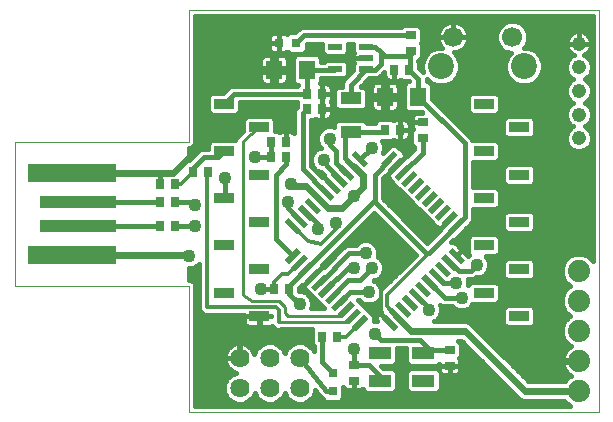
<source format=gtl>
G75*
G70*
%OFA0B0*%
%FSLAX24Y24*%
%IPPOS*%
%LPD*%
%AMOC8*
5,1,8,0,0,1.08239X$1,22.5*
%
%ADD10C,0.0000*%
%ADD11R,0.0276X0.0354*%
%ADD12R,0.0551X0.0630*%
%ADD13R,0.0354X0.0276*%
%ADD14R,0.0315X0.0315*%
%ADD15R,0.0591X0.0197*%
%ADD16R,0.0197X0.0591*%
%ADD17R,0.0748X0.0433*%
%ADD18R,0.0709X0.0394*%
%ADD19R,0.0472X0.0217*%
%ADD20R,0.2953X0.0591*%
%ADD21R,0.2559X0.0394*%
%ADD22R,0.0669X0.0335*%
%ADD23C,0.0640*%
%ADD24C,0.0740*%
%ADD25C,0.0476*%
%ADD26C,0.0866*%
%ADD27C,0.0669*%
%ADD28C,0.0240*%
%ADD29C,0.0160*%
%ADD30C,0.0436*%
%ADD31C,0.0120*%
%ADD32C,0.0100*%
D10*
X005900Y000201D02*
X005900Y004401D01*
X000100Y004401D01*
X000100Y009201D01*
X005900Y009201D01*
X005900Y013597D01*
X019570Y013597D01*
X019570Y000201D01*
X005900Y000201D01*
D11*
X010344Y002701D03*
X010856Y002701D03*
X009256Y004301D03*
X008744Y004301D03*
X005456Y006401D03*
X004944Y006401D03*
X004944Y007201D03*
X005456Y007201D03*
X005456Y007801D03*
X004944Y007801D03*
X006044Y008201D03*
X006556Y008201D03*
X008644Y008701D03*
X009156Y008701D03*
X009156Y009201D03*
X008644Y009201D03*
X009844Y010301D03*
X010356Y010301D03*
X010356Y010801D03*
X009844Y010801D03*
X012444Y009601D03*
X012956Y009601D03*
X012744Y011601D03*
X013256Y011601D03*
D12*
X013551Y010701D03*
X012449Y010701D03*
X009851Y011601D03*
X008749Y011601D03*
D13*
X013300Y012245D03*
X013300Y012757D03*
X013700Y009857D03*
X013700Y009345D03*
X014600Y002257D03*
X014600Y001745D03*
X011400Y001757D03*
X011400Y001245D03*
D14*
X010700Y001496D03*
X010700Y000905D03*
X009495Y012501D03*
X008905Y012501D03*
D15*
G36*
X011733Y008351D02*
X011316Y008766D01*
X011455Y008905D01*
X011872Y008490D01*
X011733Y008351D01*
G37*
G36*
X011511Y008128D02*
X011094Y008543D01*
X011233Y008682D01*
X011650Y008267D01*
X011511Y008128D01*
G37*
G36*
X011288Y007905D02*
X010871Y008320D01*
X011010Y008459D01*
X011427Y008044D01*
X011288Y007905D01*
G37*
G36*
X011066Y007682D02*
X010649Y008097D01*
X010788Y008236D01*
X011205Y007821D01*
X011066Y007682D01*
G37*
G36*
X010844Y007459D02*
X010427Y007874D01*
X010566Y008013D01*
X010983Y007598D01*
X010844Y007459D01*
G37*
G36*
X010622Y007235D02*
X010205Y007650D01*
X010344Y007789D01*
X010761Y007374D01*
X010622Y007235D01*
G37*
G36*
X010399Y007012D02*
X009982Y007427D01*
X010121Y007566D01*
X010538Y007151D01*
X010399Y007012D01*
G37*
G36*
X010177Y006789D02*
X009760Y007204D01*
X009899Y007343D01*
X010316Y006928D01*
X010177Y006789D01*
G37*
G36*
X009955Y006566D02*
X009538Y006981D01*
X009677Y007120D01*
X010094Y006705D01*
X009955Y006566D01*
G37*
G36*
X009732Y006343D02*
X009315Y006758D01*
X009454Y006897D01*
X009871Y006482D01*
X009732Y006343D01*
G37*
G36*
X009510Y006120D02*
X009093Y006535D01*
X009232Y006674D01*
X009649Y006259D01*
X009510Y006120D01*
G37*
G36*
X013190Y003342D02*
X012773Y003757D01*
X012912Y003896D01*
X013329Y003481D01*
X013190Y003342D01*
G37*
G36*
X012967Y003119D02*
X012550Y003534D01*
X012689Y003673D01*
X013106Y003258D01*
X012967Y003119D01*
G37*
G36*
X012745Y002896D02*
X012328Y003311D01*
X012467Y003450D01*
X012884Y003035D01*
X012745Y002896D01*
G37*
G36*
X013412Y003566D02*
X012995Y003981D01*
X013134Y004120D01*
X013551Y003705D01*
X013412Y003566D01*
G37*
G36*
X013634Y003789D02*
X013217Y004204D01*
X013356Y004343D01*
X013773Y003928D01*
X013634Y003789D01*
G37*
G36*
X013856Y004012D02*
X013439Y004427D01*
X013578Y004566D01*
X013995Y004151D01*
X013856Y004012D01*
G37*
G36*
X014079Y004235D02*
X013662Y004650D01*
X013801Y004789D01*
X014218Y004374D01*
X014079Y004235D01*
G37*
G36*
X014301Y004458D02*
X013884Y004873D01*
X014023Y005012D01*
X014440Y004597D01*
X014301Y004458D01*
G37*
G36*
X014523Y004681D02*
X014106Y005096D01*
X014245Y005235D01*
X014662Y004820D01*
X014523Y004681D01*
G37*
G36*
X014746Y004904D02*
X014329Y005319D01*
X014468Y005458D01*
X014885Y005043D01*
X014746Y004904D01*
G37*
G36*
X014968Y005127D02*
X014551Y005542D01*
X014690Y005681D01*
X015107Y005266D01*
X014968Y005127D01*
G37*
D16*
G36*
X014689Y006128D02*
X014550Y006267D01*
X014965Y006684D01*
X015104Y006545D01*
X014689Y006128D01*
G37*
G36*
X014466Y006351D02*
X014327Y006490D01*
X014742Y006907D01*
X014881Y006768D01*
X014466Y006351D01*
G37*
G36*
X014243Y006573D02*
X014104Y006712D01*
X014519Y007129D01*
X014658Y006990D01*
X014243Y006573D01*
G37*
G36*
X014020Y006795D02*
X013881Y006934D01*
X014296Y007351D01*
X014435Y007212D01*
X014020Y006795D01*
G37*
G36*
X013797Y007018D02*
X013658Y007157D01*
X014073Y007574D01*
X014212Y007435D01*
X013797Y007018D01*
G37*
G36*
X013574Y007240D02*
X013435Y007379D01*
X013850Y007796D01*
X013989Y007657D01*
X013574Y007240D01*
G37*
G36*
X013351Y007462D02*
X013212Y007601D01*
X013627Y008018D01*
X013766Y007879D01*
X013351Y007462D01*
G37*
G36*
X013128Y007685D02*
X012989Y007824D01*
X013404Y008241D01*
X013543Y008102D01*
X013128Y007685D01*
G37*
G36*
X012905Y007907D02*
X012766Y008046D01*
X013181Y008463D01*
X013320Y008324D01*
X012905Y007907D01*
G37*
G36*
X012681Y008129D02*
X012542Y008268D01*
X012957Y008685D01*
X013096Y008546D01*
X012681Y008129D01*
G37*
G36*
X012458Y008352D02*
X012319Y008491D01*
X012734Y008908D01*
X012873Y008769D01*
X012458Y008352D01*
G37*
G36*
X009235Y005117D02*
X009096Y005256D01*
X009511Y005673D01*
X009650Y005534D01*
X009235Y005117D01*
G37*
G36*
X009458Y004894D02*
X009319Y005033D01*
X009734Y005450D01*
X009873Y005311D01*
X009458Y004894D01*
G37*
G36*
X009681Y004672D02*
X009542Y004811D01*
X009957Y005228D01*
X010096Y005089D01*
X009681Y004672D01*
G37*
G36*
X009904Y004450D02*
X009765Y004589D01*
X010180Y005006D01*
X010319Y004867D01*
X009904Y004450D01*
G37*
G36*
X010127Y004227D02*
X009988Y004366D01*
X010403Y004783D01*
X010542Y004644D01*
X010127Y004227D01*
G37*
G36*
X010350Y004005D02*
X010211Y004144D01*
X010626Y004561D01*
X010765Y004422D01*
X010350Y004005D01*
G37*
G36*
X010573Y003783D02*
X010434Y003922D01*
X010849Y004339D01*
X010988Y004200D01*
X010573Y003783D01*
G37*
G36*
X010796Y003561D02*
X010657Y003700D01*
X011072Y004117D01*
X011211Y003978D01*
X010796Y003561D01*
G37*
G36*
X011019Y003338D02*
X010880Y003477D01*
X011295Y003894D01*
X011434Y003755D01*
X011019Y003338D01*
G37*
G36*
X011243Y003116D02*
X011104Y003255D01*
X011519Y003672D01*
X011658Y003533D01*
X011243Y003116D01*
G37*
G36*
X011466Y002894D02*
X011327Y003033D01*
X011742Y003450D01*
X011881Y003311D01*
X011466Y002894D01*
G37*
D17*
X012272Y002153D03*
X012272Y001248D03*
X013728Y001248D03*
X013728Y002153D03*
D18*
X011300Y009549D03*
X011300Y010652D03*
D19*
X010788Y011627D03*
X010788Y012375D03*
X011812Y012375D03*
X011812Y012001D03*
X011812Y011627D03*
D20*
X002021Y008179D03*
X002021Y005423D03*
D21*
X002218Y006407D03*
X002218Y007194D03*
D22*
X007079Y007325D03*
X008260Y006538D03*
X007079Y005750D03*
X008260Y004963D03*
X007079Y004175D03*
X008260Y003388D03*
X008260Y008112D03*
X007079Y008900D03*
X008260Y009687D03*
X007079Y010475D03*
X015740Y010475D03*
X016921Y009687D03*
X015740Y008900D03*
X016921Y008112D03*
X015740Y007325D03*
X016921Y006538D03*
X015740Y005750D03*
X016921Y004963D03*
X015740Y004175D03*
X016921Y003388D03*
D23*
X009600Y002001D03*
X008600Y002001D03*
X007600Y002001D03*
X007600Y001001D03*
X008600Y001001D03*
X009600Y001001D03*
D24*
X018900Y000901D03*
X018900Y001901D03*
X018900Y002901D03*
X018900Y003901D03*
X018900Y004901D03*
D25*
X018906Y009326D03*
X018906Y010113D03*
X018906Y010901D03*
X018906Y011688D03*
X018906Y012475D03*
D26*
X017078Y011716D03*
X014322Y011716D03*
D27*
X014716Y012701D03*
X016684Y012701D03*
D28*
X011700Y008101D02*
X011396Y008405D01*
X011372Y008405D01*
X011700Y008101D02*
X011700Y007701D01*
X011400Y007401D01*
X011000Y007001D01*
X010549Y007001D01*
X010260Y007289D01*
X009805Y007745D01*
X009356Y007745D01*
X009300Y007801D01*
X007100Y009901D02*
X005378Y008179D01*
X004800Y008179D01*
X002021Y008179D01*
X002021Y005423D02*
X005822Y005423D01*
X005900Y005401D01*
X012828Y003396D02*
X013324Y002901D01*
X015100Y002901D01*
X017100Y000901D01*
X018900Y000901D01*
D29*
X018442Y001249D02*
X017205Y001249D01*
X017233Y001221D02*
X015371Y003082D01*
X015281Y003172D01*
X015164Y003221D01*
X014075Y003221D01*
X014137Y003246D01*
X014254Y003364D01*
X014318Y003517D01*
X014318Y003684D01*
X014280Y003776D01*
X014292Y003763D01*
X014395Y003721D01*
X014689Y003721D01*
X014763Y003646D01*
X014917Y003583D01*
X015083Y003583D01*
X015237Y003646D01*
X015354Y003764D01*
X015373Y003808D01*
X016158Y003808D01*
X016275Y003925D01*
X016275Y004426D01*
X016158Y004543D01*
X015323Y004543D01*
X015218Y004438D01*
X015218Y004584D01*
X015203Y004621D01*
X015356Y004621D01*
X015459Y004663D01*
X015478Y004683D01*
X015583Y004683D01*
X015737Y004746D01*
X015854Y004864D01*
X015918Y005017D01*
X015918Y005184D01*
X015854Y005337D01*
X015809Y005383D01*
X016158Y005383D01*
X016275Y005500D01*
X016275Y006000D01*
X016158Y006118D01*
X015323Y006118D01*
X015206Y006000D01*
X015206Y005500D01*
X015257Y005449D01*
X015218Y005410D01*
X015026Y005602D01*
X014800Y005827D01*
X014759Y005850D01*
X014713Y005862D01*
X014665Y005862D01*
X014655Y005860D01*
X014723Y005928D01*
X014772Y005928D01*
X015306Y006464D01*
X015306Y006510D01*
X015337Y006542D01*
X015380Y006645D01*
X015380Y006958D01*
X016158Y006958D01*
X016275Y007075D01*
X016275Y007575D01*
X016158Y007692D01*
X015380Y007692D01*
X015380Y008533D01*
X016158Y008533D01*
X016275Y008650D01*
X016275Y009150D01*
X016158Y009267D01*
X015355Y009267D01*
X015337Y009310D01*
X015259Y009389D01*
X015259Y009389D01*
X014027Y010621D01*
X014027Y011098D01*
X013910Y011216D01*
X013831Y011216D01*
X013831Y011312D01*
X013963Y011180D01*
X014196Y011083D01*
X014448Y011083D01*
X014681Y011180D01*
X014859Y011358D01*
X014955Y011590D01*
X014955Y011842D01*
X014859Y012075D01*
X014748Y012186D01*
X014756Y012186D01*
X014836Y012199D01*
X014913Y012224D01*
X014985Y012260D01*
X015051Y012308D01*
X015108Y012365D01*
X015156Y012431D01*
X015193Y012503D01*
X015218Y012580D01*
X015230Y012660D01*
X015230Y012701D01*
X015230Y012741D01*
X015218Y012821D01*
X015193Y012898D01*
X015156Y012970D01*
X015108Y013036D01*
X015051Y013093D01*
X014985Y013141D01*
X014913Y013178D01*
X014836Y013203D01*
X014756Y013215D01*
X014716Y013215D01*
X014716Y012701D01*
X014716Y012701D01*
X015230Y012701D01*
X014716Y012701D01*
X014716Y012701D01*
X014716Y013215D01*
X014675Y013215D01*
X014595Y013203D01*
X014518Y013178D01*
X014446Y013141D01*
X014380Y013093D01*
X014323Y013036D01*
X014276Y012970D01*
X014239Y012898D01*
X014214Y012821D01*
X014201Y012741D01*
X014201Y012701D01*
X014716Y012701D01*
X014716Y012701D01*
X014201Y012701D01*
X014201Y012660D01*
X014214Y012580D01*
X014239Y012503D01*
X014276Y012431D01*
X014323Y012365D01*
X014339Y012349D01*
X014196Y012349D01*
X013963Y012253D01*
X013785Y012075D01*
X013689Y011842D01*
X013689Y011590D01*
X013708Y011545D01*
X013594Y011659D01*
X013594Y011861D01*
X013557Y011897D01*
X013558Y011907D01*
X013560Y011907D01*
X013677Y012024D01*
X013677Y012465D01*
X013642Y012501D01*
X013677Y012536D01*
X013677Y012977D01*
X013560Y013094D01*
X013040Y013094D01*
X012982Y013037D01*
X009695Y013037D01*
X009593Y012994D01*
X009457Y012858D01*
X009255Y012858D01*
X009186Y012789D01*
X009173Y012802D01*
X009132Y012826D01*
X009086Y012838D01*
X008905Y012838D01*
X008905Y012501D01*
X008905Y012501D01*
X008905Y012838D01*
X008724Y012838D01*
X008678Y012826D01*
X008637Y012802D01*
X008603Y012769D01*
X008580Y012728D01*
X008567Y012682D01*
X008567Y012501D01*
X008905Y012501D01*
X008905Y012501D01*
X008905Y012163D01*
X009086Y012163D01*
X009132Y012175D01*
X009173Y012199D01*
X009186Y012212D01*
X009255Y012143D01*
X009736Y012143D01*
X009853Y012260D01*
X009853Y012462D01*
X009867Y012477D01*
X010352Y012477D01*
X010352Y012184D01*
X010469Y012066D01*
X011107Y012066D01*
X011224Y012184D01*
X011224Y012477D01*
X011376Y012477D01*
X011376Y012184D01*
X011402Y012157D01*
X011396Y012133D01*
X011396Y012001D01*
X011812Y012001D01*
X011812Y012001D01*
X011396Y012001D01*
X011396Y011869D01*
X011402Y011844D01*
X011376Y011818D01*
X011376Y011586D01*
X011063Y011273D01*
X011020Y011170D01*
X011020Y011049D01*
X010863Y011049D01*
X010746Y010932D01*
X010746Y010372D01*
X010863Y010255D01*
X011737Y010255D01*
X011854Y010372D01*
X011854Y010932D01*
X011737Y011049D01*
X011630Y011049D01*
X011900Y011318D01*
X012131Y011318D01*
X012133Y011321D01*
X012156Y011321D01*
X012259Y011363D01*
X012337Y011442D01*
X012426Y011531D01*
X012426Y011400D01*
X012439Y011354D01*
X012462Y011313D01*
X012496Y011279D01*
X012537Y011256D01*
X012583Y011243D01*
X012744Y011243D01*
X012744Y011601D01*
X012744Y011601D01*
X012744Y011243D01*
X012906Y011243D01*
X012951Y011256D01*
X012984Y011275D01*
X013035Y011223D01*
X013237Y011223D01*
X013245Y011216D01*
X013193Y011216D01*
X013076Y011098D01*
X013076Y010303D01*
X013193Y010186D01*
X013670Y010186D01*
X013682Y010174D01*
X013499Y010174D01*
X013453Y010162D01*
X013412Y010138D01*
X013379Y010105D01*
X013355Y010064D01*
X013343Y010018D01*
X013343Y009857D01*
X013700Y009857D01*
X013700Y009857D01*
X013343Y009857D01*
X013343Y009695D01*
X013355Y009649D01*
X013274Y009649D01*
X013274Y009601D02*
X013274Y009801D01*
X013261Y009847D01*
X013238Y009888D01*
X013204Y009922D01*
X013163Y009946D01*
X013117Y009958D01*
X012956Y009958D01*
X012956Y009601D01*
X012956Y009601D01*
X012956Y009958D01*
X012794Y009958D01*
X012749Y009946D01*
X012716Y009927D01*
X012665Y009978D01*
X012223Y009978D01*
X012106Y009861D01*
X012106Y009829D01*
X011854Y009829D01*
X011737Y009946D01*
X010863Y009946D01*
X010746Y009829D01*
X010746Y009693D01*
X010683Y009719D01*
X010517Y009719D01*
X010363Y009655D01*
X010246Y009537D01*
X010182Y009384D01*
X010182Y009217D01*
X010246Y009064D01*
X010298Y009011D01*
X010163Y008955D01*
X010046Y008837D01*
X009982Y008684D01*
X009982Y008517D01*
X010046Y008364D01*
X010163Y008246D01*
X010317Y008183D01*
X010322Y008183D01*
X010401Y008104D01*
X010368Y008071D01*
X010344Y008047D01*
X009980Y008411D01*
X009980Y009923D01*
X010065Y009923D01*
X010116Y009975D01*
X010149Y009956D01*
X010194Y009943D01*
X010356Y009943D01*
X010517Y009943D01*
X010563Y009956D01*
X010604Y009979D01*
X010638Y010013D01*
X010661Y010054D01*
X010674Y010100D01*
X010674Y010301D01*
X010674Y010501D01*
X010661Y010547D01*
X010659Y010551D01*
X010661Y010554D01*
X010674Y010600D01*
X010746Y010600D01*
X010674Y010600D02*
X010674Y010801D01*
X010674Y011001D01*
X010661Y011047D01*
X010638Y011088D01*
X010604Y011122D01*
X010563Y011146D01*
X010517Y011158D01*
X010356Y011158D01*
X010356Y010801D01*
X010356Y010801D01*
X010356Y011158D01*
X010282Y011158D01*
X010327Y011203D01*
X010327Y011321D01*
X010467Y011321D01*
X010469Y011318D01*
X011107Y011318D01*
X011224Y011436D01*
X011224Y011818D01*
X011107Y011935D01*
X010469Y011935D01*
X010415Y011881D01*
X010327Y011881D01*
X010327Y011998D01*
X010210Y012116D01*
X009493Y012116D01*
X009376Y011998D01*
X009376Y011203D01*
X009493Y011086D01*
X009531Y011086D01*
X009526Y011081D01*
X007349Y011081D01*
X007246Y011038D01*
X007050Y010842D01*
X006661Y010842D01*
X006544Y010725D01*
X006544Y010224D01*
X006661Y010107D01*
X007496Y010107D01*
X007613Y010224D01*
X007613Y010521D01*
X009506Y010521D01*
X009506Y010359D01*
X009463Y010315D01*
X009420Y010212D01*
X009420Y009506D01*
X009404Y009522D01*
X009363Y009546D01*
X009317Y009558D01*
X009156Y009558D01*
X009156Y009201D01*
X009156Y009201D01*
X009156Y009558D01*
X008994Y009558D01*
X008949Y009546D01*
X008916Y009527D01*
X008865Y009578D01*
X008794Y009578D01*
X008794Y009937D01*
X008677Y010055D01*
X007842Y010055D01*
X007725Y009937D01*
X007725Y009572D01*
X007570Y009444D01*
X007558Y009439D01*
X007532Y009413D01*
X007503Y009389D01*
X007497Y009378D01*
X007488Y009369D01*
X007474Y009334D01*
X007456Y009301D01*
X007455Y009289D01*
X007450Y009277D01*
X007450Y009267D01*
X006661Y009267D01*
X006544Y009150D01*
X006544Y008981D01*
X006344Y008981D01*
X006241Y008938D01*
X005900Y008597D01*
X005900Y009001D01*
X005983Y009001D01*
X006100Y009118D01*
X006100Y013397D01*
X019370Y013397D01*
X019370Y005237D01*
X019223Y005384D01*
X019013Y005471D01*
X018787Y005471D01*
X018577Y005384D01*
X018417Y005224D01*
X018330Y005014D01*
X018330Y004787D01*
X018417Y004578D01*
X018577Y004417D01*
X018618Y004401D01*
X018577Y004384D01*
X018417Y004224D01*
X018330Y004014D01*
X018330Y003787D01*
X018417Y003578D01*
X018577Y003417D01*
X018618Y003401D01*
X018577Y003384D01*
X018417Y003224D01*
X018330Y003014D01*
X018330Y002787D01*
X018417Y002578D01*
X018577Y002417D01*
X018646Y002389D01*
X018612Y002371D01*
X018542Y002320D01*
X018480Y002259D01*
X018430Y002189D01*
X018390Y002112D01*
X018364Y002029D01*
X018350Y001944D01*
X018350Y001921D01*
X018880Y001921D01*
X018880Y001881D01*
X018350Y001881D01*
X018350Y001857D01*
X018364Y001772D01*
X018390Y001690D01*
X018430Y001612D01*
X018480Y001542D01*
X018542Y001481D01*
X018612Y001430D01*
X018646Y001413D01*
X018577Y001384D01*
X018417Y001224D01*
X018416Y001221D01*
X017233Y001221D01*
X017046Y001407D02*
X018633Y001407D01*
X018464Y001566D02*
X016888Y001566D01*
X016729Y001724D02*
X018379Y001724D01*
X018367Y002041D02*
X016412Y002041D01*
X016571Y001883D02*
X018880Y001883D01*
X018437Y002200D02*
X016254Y002200D01*
X016095Y002358D02*
X018594Y002358D01*
X018478Y002517D02*
X015937Y002517D01*
X015778Y002675D02*
X018376Y002675D01*
X018330Y002834D02*
X015620Y002834D01*
X015461Y002992D02*
X018330Y002992D01*
X018387Y003151D02*
X017456Y003151D01*
X017456Y003138D02*
X017456Y003638D01*
X017339Y003755D01*
X016504Y003755D01*
X016387Y003638D01*
X016387Y003138D01*
X016504Y003021D01*
X017339Y003021D01*
X017456Y003138D01*
X017456Y003309D02*
X018502Y003309D01*
X018527Y003468D02*
X017456Y003468D01*
X017456Y003626D02*
X018397Y003626D01*
X018331Y003785D02*
X015363Y003785D01*
X015189Y003626D02*
X016387Y003626D01*
X016387Y003468D02*
X014297Y003468D01*
X014318Y003626D02*
X014811Y003626D01*
X015000Y004001D02*
X014451Y004001D01*
X013940Y004512D01*
X014162Y004735D02*
X014396Y004501D01*
X014800Y004501D01*
X015218Y004577D02*
X018417Y004577D01*
X018576Y004419D02*
X016275Y004419D01*
X016275Y004260D02*
X018453Y004260D01*
X018366Y004102D02*
X016275Y004102D01*
X016275Y003943D02*
X018330Y003943D01*
X017456Y004713D02*
X017339Y004596D01*
X016504Y004596D01*
X016387Y004713D01*
X016387Y005213D01*
X016504Y005330D01*
X017339Y005330D01*
X017456Y005213D01*
X017456Y004713D01*
X017456Y004736D02*
X018351Y004736D01*
X018330Y004894D02*
X017456Y004894D01*
X017456Y005053D02*
X018346Y005053D01*
X018412Y005211D02*
X017456Y005211D01*
X018563Y005370D02*
X015822Y005370D01*
X015907Y005211D02*
X016387Y005211D01*
X016387Y005053D02*
X015918Y005053D01*
X015867Y004894D02*
X016387Y004894D01*
X016387Y004736D02*
X015711Y004736D01*
X015500Y005101D02*
X015300Y004901D01*
X014900Y004901D01*
X014619Y005181D01*
X014607Y005181D01*
X014829Y005404D02*
X014829Y005404D01*
X015026Y005602D01*
X014829Y005404D01*
X014953Y005528D02*
X014953Y005528D01*
X015099Y005528D02*
X015206Y005528D01*
X015206Y005687D02*
X014940Y005687D01*
X014768Y005845D02*
X015206Y005845D01*
X015209Y006004D02*
X014847Y006004D01*
X015005Y006162D02*
X019370Y006162D01*
X019370Y006004D02*
X016272Y006004D01*
X016275Y005845D02*
X019370Y005845D01*
X019370Y005687D02*
X016275Y005687D01*
X016275Y005528D02*
X019370Y005528D01*
X019370Y005370D02*
X019237Y005370D01*
X019370Y006321D02*
X017456Y006321D01*
X017456Y006287D02*
X017339Y006170D01*
X016504Y006170D01*
X016387Y006287D01*
X016387Y006788D01*
X016504Y006905D01*
X017339Y006905D01*
X017456Y006788D01*
X017456Y006287D01*
X017456Y006479D02*
X019370Y006479D01*
X019370Y006638D02*
X017456Y006638D01*
X017448Y006796D02*
X019370Y006796D01*
X019370Y006955D02*
X015380Y006955D01*
X015380Y006796D02*
X016395Y006796D01*
X016387Y006638D02*
X015377Y006638D01*
X015306Y006479D02*
X016387Y006479D01*
X016387Y006321D02*
X015163Y006321D01*
X014827Y006406D02*
X014827Y006428D01*
X015100Y006701D01*
X015100Y009152D01*
X013551Y010701D01*
X013551Y011305D01*
X013256Y011601D01*
X013300Y012245D01*
X013197Y012053D01*
X012447Y012053D01*
X012300Y012201D01*
X012300Y011801D01*
X012100Y011601D01*
X011838Y011601D01*
X011812Y011627D01*
X011300Y011115D01*
X011300Y010652D01*
X011854Y010600D02*
X011993Y010600D01*
X011993Y010643D02*
X011993Y010362D01*
X012005Y010316D01*
X012029Y010275D01*
X012063Y010242D01*
X012104Y010218D01*
X012150Y010206D01*
X012391Y010206D01*
X012391Y010643D01*
X011993Y010643D01*
X011993Y010758D02*
X011993Y011039D01*
X012005Y011085D01*
X012029Y011126D01*
X012063Y011160D01*
X012104Y011183D01*
X012150Y011196D01*
X012391Y011196D01*
X012391Y010758D01*
X012391Y010643D01*
X012507Y010643D01*
X012507Y010758D01*
X012904Y010758D01*
X012904Y011039D01*
X012892Y011085D01*
X012868Y011126D01*
X012835Y011160D01*
X012794Y011183D01*
X012748Y011196D01*
X012507Y011196D01*
X012507Y010758D01*
X012391Y010758D01*
X011993Y010758D01*
X011993Y010759D02*
X011854Y010759D01*
X011854Y010917D02*
X011993Y010917D01*
X012003Y011076D02*
X011657Y011076D01*
X011815Y011234D02*
X013025Y011234D01*
X013076Y011076D02*
X012895Y011076D01*
X012904Y010917D02*
X013076Y010917D01*
X013076Y010759D02*
X012904Y010759D01*
X012904Y010643D02*
X012507Y010643D01*
X012507Y010206D01*
X012748Y010206D01*
X012794Y010218D01*
X012835Y010242D01*
X012868Y010275D01*
X012892Y010316D01*
X012904Y010362D01*
X012904Y010643D01*
X012904Y010600D02*
X013076Y010600D01*
X013076Y010442D02*
X012904Y010442D01*
X012873Y010283D02*
X013095Y010283D01*
X013399Y010125D02*
X010674Y010125D01*
X010674Y010283D02*
X010835Y010283D01*
X010674Y010301D02*
X010356Y010301D01*
X010356Y010301D01*
X010356Y010658D01*
X010356Y010801D01*
X010674Y010801D01*
X010356Y010801D01*
X010356Y010801D01*
X010356Y010801D01*
X010356Y010301D01*
X010674Y010301D01*
X010674Y010442D02*
X010746Y010442D01*
X010356Y010442D02*
X010356Y010442D01*
X010356Y010301D02*
X010356Y010301D01*
X010356Y009943D01*
X010356Y010301D01*
X010356Y010301D01*
X010356Y010283D02*
X010356Y010283D01*
X010356Y010125D02*
X010356Y010125D01*
X010356Y009966D02*
X010356Y009966D01*
X010581Y009966D02*
X012212Y009966D01*
X012391Y010283D02*
X012507Y010283D01*
X012507Y010442D02*
X012391Y010442D01*
X012391Y010600D02*
X012507Y010600D01*
X012507Y010759D02*
X012391Y010759D01*
X012391Y010917D02*
X012507Y010917D01*
X012507Y011076D02*
X012391Y011076D01*
X012428Y011393D02*
X012288Y011393D01*
X012744Y011393D02*
X012744Y011393D01*
X012744Y011551D02*
X012744Y011551D01*
X013594Y011710D02*
X013689Y011710D01*
X013700Y011868D02*
X013586Y011868D01*
X013677Y012027D02*
X013765Y012027D01*
X013677Y012185D02*
X013896Y012185D01*
X013677Y012344D02*
X014182Y012344D01*
X014239Y012502D02*
X013643Y012502D01*
X013677Y012661D02*
X014201Y012661D01*
X014213Y012819D02*
X013677Y012819D01*
X013677Y012978D02*
X014281Y012978D01*
X014440Y013136D02*
X006100Y013136D01*
X006100Y012978D02*
X009576Y012978D01*
X009751Y012757D02*
X009495Y012501D01*
X009751Y012757D02*
X013300Y012757D01*
X012300Y012201D02*
X012126Y012375D01*
X011812Y012375D01*
X011376Y012344D02*
X011224Y012344D01*
X011224Y012185D02*
X011376Y012185D01*
X011396Y012027D02*
X010299Y012027D01*
X010352Y012185D02*
X009778Y012185D01*
X009853Y012344D02*
X010352Y012344D01*
X011174Y011868D02*
X011396Y011868D01*
X011376Y011710D02*
X011224Y011710D01*
X011224Y011551D02*
X011340Y011551D01*
X011182Y011393D02*
X011182Y011393D01*
X011046Y011234D02*
X010327Y011234D01*
X010356Y011076D02*
X010356Y011076D01*
X010356Y010917D02*
X010356Y010917D01*
X010356Y010759D02*
X010356Y010759D01*
X010674Y010759D02*
X010746Y010759D01*
X010746Y010917D02*
X010674Y010917D01*
X010645Y011076D02*
X011020Y011076D01*
X010762Y011601D02*
X009851Y011601D01*
X009844Y011594D01*
X009844Y010801D01*
X007405Y010801D01*
X007079Y010475D01*
X006544Y010442D02*
X006100Y010442D01*
X006100Y010600D02*
X006544Y010600D01*
X006578Y010759D02*
X006100Y010759D01*
X006100Y010917D02*
X007125Y010917D01*
X007337Y011076D02*
X006100Y011076D01*
X006100Y011234D02*
X008301Y011234D01*
X008305Y011216D02*
X008329Y011175D01*
X008363Y011142D01*
X008404Y011118D01*
X008450Y011106D01*
X008691Y011106D01*
X008691Y011543D01*
X008293Y011543D01*
X008293Y011262D01*
X008305Y011216D01*
X008293Y011393D02*
X006100Y011393D01*
X006100Y011551D02*
X008691Y011551D01*
X008691Y011543D02*
X008691Y011658D01*
X008293Y011658D01*
X008293Y011939D01*
X008305Y011985D01*
X008329Y012026D01*
X008363Y012060D01*
X008404Y012083D01*
X008450Y012096D01*
X008691Y012096D01*
X008691Y011658D01*
X008807Y011658D01*
X009204Y011658D01*
X009204Y011939D01*
X009192Y011985D01*
X009168Y012026D01*
X009135Y012060D01*
X009094Y012083D01*
X009048Y012096D01*
X008807Y012096D01*
X008807Y011658D01*
X008807Y011543D01*
X009204Y011543D01*
X009204Y011262D01*
X009192Y011216D01*
X009168Y011175D01*
X009135Y011142D01*
X009094Y011118D01*
X009048Y011106D01*
X008807Y011106D01*
X008807Y011543D01*
X008691Y011543D01*
X008807Y011551D02*
X009376Y011551D01*
X009376Y011393D02*
X009204Y011393D01*
X009197Y011234D02*
X009376Y011234D01*
X009376Y011710D02*
X009204Y011710D01*
X009204Y011868D02*
X009376Y011868D01*
X009404Y012027D02*
X009168Y012027D01*
X009149Y012185D02*
X009213Y012185D01*
X008905Y012185D02*
X008905Y012185D01*
X008905Y012163D02*
X008905Y012501D01*
X008905Y012501D01*
X008567Y012501D01*
X008567Y012319D01*
X008580Y012274D01*
X008603Y012233D01*
X008637Y012199D01*
X008678Y012175D01*
X008724Y012163D01*
X008905Y012163D01*
X008807Y012027D02*
X008691Y012027D01*
X008691Y011868D02*
X008807Y011868D01*
X008807Y011710D02*
X008691Y011710D01*
X008691Y011393D02*
X008807Y011393D01*
X008807Y011234D02*
X008691Y011234D01*
X008293Y011710D02*
X006100Y011710D01*
X006100Y011868D02*
X008293Y011868D01*
X008330Y012027D02*
X006100Y012027D01*
X006100Y012185D02*
X008661Y012185D01*
X008567Y012344D02*
X006100Y012344D01*
X006100Y012502D02*
X008567Y012502D01*
X008567Y012661D02*
X006100Y012661D01*
X006100Y012819D02*
X008666Y012819D01*
X008905Y012819D02*
X008905Y012819D01*
X008905Y012661D02*
X008905Y012661D01*
X008905Y012502D02*
X008905Y012502D01*
X008905Y012344D02*
X008905Y012344D01*
X009143Y012819D02*
X009216Y012819D01*
X010762Y011601D02*
X010788Y011627D01*
X010356Y010600D02*
X010356Y010600D01*
X009844Y010301D02*
X009700Y010157D01*
X009700Y008295D01*
X010483Y007512D01*
X010705Y007736D02*
X010368Y008071D01*
X010705Y007736D01*
X010705Y007736D01*
X010693Y007747D02*
X010693Y007747D01*
X010534Y007906D02*
X010534Y007906D01*
X010375Y008064D02*
X010375Y008064D01*
X010361Y008064D02*
X010327Y008064D01*
X010220Y008223D02*
X010168Y008223D01*
X010038Y008381D02*
X010010Y008381D01*
X009980Y008540D02*
X009982Y008540D01*
X009980Y008698D02*
X009988Y008698D01*
X009980Y008857D02*
X010065Y008857D01*
X009980Y009015D02*
X010294Y009015D01*
X010200Y009174D02*
X009980Y009174D01*
X009980Y009332D02*
X010182Y009332D01*
X010226Y009491D02*
X009980Y009491D01*
X009980Y009649D02*
X010357Y009649D01*
X010131Y009966D02*
X010107Y009966D01*
X009980Y009808D02*
X010746Y009808D01*
X011100Y009501D02*
X011149Y009549D01*
X011300Y009549D01*
X012393Y009549D01*
X012444Y009601D01*
X012360Y009223D02*
X012665Y009223D01*
X012716Y009275D01*
X012749Y009256D01*
X012794Y009243D01*
X012956Y009243D01*
X013117Y009243D01*
X013163Y009256D01*
X013204Y009279D01*
X013238Y009313D01*
X013261Y009354D01*
X013274Y009400D01*
X013274Y009601D01*
X012956Y009601D01*
X012956Y009601D01*
X013274Y009601D01*
X013323Y009565D02*
X013323Y009124D01*
X013421Y009026D01*
X013422Y008960D01*
X013180Y008719D01*
X013155Y008744D01*
X012819Y008407D01*
X012484Y008071D01*
X012819Y008407D01*
X012819Y008407D01*
X013155Y008744D01*
X013074Y008824D01*
X013074Y008853D01*
X012818Y009108D01*
X012652Y009108D01*
X012387Y008842D01*
X012418Y008917D01*
X012418Y009084D01*
X012360Y009223D01*
X012381Y009174D02*
X013323Y009174D01*
X013421Y009015D02*
X012911Y009015D01*
X013070Y008857D02*
X013318Y008857D01*
X013109Y008698D02*
X013109Y008698D01*
X012951Y008540D02*
X012951Y008540D01*
X012819Y008407D02*
X012819Y008407D01*
X012793Y008381D02*
X012793Y008381D01*
X012635Y008223D02*
X012635Y008223D01*
X012475Y008080D02*
X012484Y008071D01*
X012564Y007990D01*
X012565Y007962D01*
X012788Y007740D01*
X012788Y007740D01*
X013011Y007518D01*
X013011Y007518D01*
X013234Y007295D01*
X013457Y007073D01*
X013457Y007073D01*
X013680Y006851D01*
X013680Y006851D01*
X013903Y006628D01*
X014160Y006372D01*
X014188Y006372D01*
X014269Y006292D01*
X014282Y006279D01*
X013850Y005847D01*
X012380Y007317D01*
X012380Y007985D01*
X012475Y008080D01*
X012460Y008064D02*
X012491Y008064D01*
X012380Y007906D02*
X012621Y007906D01*
X012780Y007747D02*
X012380Y007747D01*
X012380Y007589D02*
X012939Y007589D01*
X013098Y007430D02*
X012380Y007430D01*
X012425Y007272D02*
X013257Y007272D01*
X013234Y007295D02*
X013234Y007295D01*
X013417Y007113D02*
X012583Y007113D01*
X012742Y006955D02*
X013576Y006955D01*
X013735Y006796D02*
X012900Y006796D01*
X013059Y006638D02*
X013894Y006638D01*
X013903Y006628D02*
X013903Y006628D01*
X014053Y006479D02*
X013217Y006479D01*
X013376Y006321D02*
X014240Y006321D01*
X014269Y006292D02*
X014604Y006629D01*
X014604Y006629D01*
X014269Y006292D01*
X014297Y006321D02*
X014297Y006321D01*
X014455Y006479D02*
X014455Y006479D01*
X014806Y006406D02*
X014827Y006406D01*
X014806Y006406D02*
X013900Y005501D01*
X013800Y005501D01*
X012100Y007201D01*
X012085Y007216D01*
X012100Y007231D01*
X012100Y008101D01*
X012596Y008597D01*
X012596Y008630D01*
X012401Y008857D02*
X012393Y008857D01*
X012418Y009015D02*
X012559Y009015D01*
X012956Y009243D02*
X012956Y009601D01*
X012956Y009243D01*
X012956Y009332D02*
X012956Y009332D01*
X012956Y009491D02*
X012956Y009491D01*
X012956Y009601D02*
X012956Y009601D01*
X012956Y009649D02*
X012956Y009649D01*
X012956Y009808D02*
X012956Y009808D01*
X012676Y009966D02*
X013343Y009966D01*
X013343Y009808D02*
X013272Y009808D01*
X013355Y009649D02*
X013374Y009617D01*
X013323Y009565D01*
X013323Y009491D02*
X013274Y009491D01*
X013249Y009332D02*
X013323Y009332D01*
X013700Y009345D02*
X013702Y008845D01*
X013043Y008185D01*
X012000Y009001D02*
X011627Y008628D01*
X011594Y008628D01*
X011372Y008405D02*
X011100Y008677D01*
X011100Y009501D01*
X010600Y009301D02*
X010600Y009101D01*
X010800Y008901D01*
X010800Y008501D01*
X011119Y008182D01*
X011149Y008182D01*
X010927Y007973D02*
X010500Y008401D01*
X010400Y008601D01*
X010927Y007973D02*
X010927Y007959D01*
X012085Y007216D02*
X009819Y004950D01*
X009256Y004387D01*
X009256Y004301D01*
X009256Y004145D01*
X009600Y003801D01*
X009890Y004102D02*
X009969Y004102D01*
X010010Y004060D02*
X010010Y004060D01*
X010233Y003838D01*
X010421Y003651D01*
X009990Y003651D01*
X010018Y003717D01*
X010018Y003884D01*
X009954Y004037D01*
X009837Y004155D01*
X009683Y004219D01*
X009594Y004219D01*
X009594Y004329D01*
X009681Y004416D01*
X009706Y004391D01*
X010042Y004728D01*
X010377Y005064D01*
X010403Y005039D01*
X011023Y005659D01*
X011102Y005738D01*
X011205Y005781D01*
X011489Y005781D01*
X011563Y005855D01*
X011717Y005919D01*
X011883Y005919D01*
X012037Y005855D01*
X012154Y005737D01*
X012218Y005584D01*
X012218Y005417D01*
X012199Y005371D01*
X012237Y005355D01*
X012354Y005237D01*
X012418Y005084D01*
X012418Y004917D01*
X012354Y004764D01*
X012237Y004646D01*
X012083Y004583D01*
X012071Y004583D01*
X012137Y004555D01*
X012254Y004437D01*
X012317Y004286D01*
X013468Y005436D01*
X012085Y006820D01*
X010353Y005089D01*
X010377Y005064D01*
X010042Y004728D01*
X010042Y004728D01*
X010042Y004728D01*
X009706Y004391D01*
X009787Y004311D01*
X009787Y004283D01*
X010010Y004060D01*
X009994Y003943D02*
X010128Y003943D01*
X010233Y003838D02*
X010233Y003838D01*
X010287Y003785D02*
X010018Y003785D01*
X009810Y004260D02*
X009594Y004260D01*
X009734Y004419D02*
X009734Y004419D01*
X009892Y004577D02*
X009892Y004577D01*
X010265Y004505D02*
X011260Y005501D01*
X011800Y005501D01*
X012176Y005687D02*
X013218Y005687D01*
X013059Y005845D02*
X012047Y005845D01*
X012218Y005528D02*
X013376Y005528D01*
X013401Y005370D02*
X012202Y005370D01*
X012365Y005211D02*
X013243Y005211D01*
X013084Y005053D02*
X012418Y005053D01*
X012408Y004894D02*
X012926Y004894D01*
X012767Y004736D02*
X012326Y004736D01*
X012084Y004577D02*
X012609Y004577D01*
X012450Y004419D02*
X012262Y004419D01*
X011900Y004201D02*
X011296Y004201D01*
X010934Y003839D01*
X010938Y003839D01*
X010711Y004061D02*
X010711Y004112D01*
X011200Y004601D01*
X011600Y004601D01*
X012000Y005001D01*
X011400Y005001D02*
X011200Y005001D01*
X010488Y004289D01*
X010488Y004283D01*
X010050Y004736D02*
X010050Y004736D01*
X010208Y004894D02*
X010208Y004894D01*
X010366Y005053D02*
X010366Y005053D01*
X010389Y005053D02*
X010416Y005053D01*
X010476Y005211D02*
X010575Y005211D01*
X010634Y005370D02*
X010733Y005370D01*
X010793Y005528D02*
X010892Y005528D01*
X010951Y005687D02*
X011050Y005687D01*
X011110Y005845D02*
X011553Y005845D01*
X011268Y006004D02*
X012901Y006004D01*
X012742Y006162D02*
X011427Y006162D01*
X011585Y006321D02*
X012584Y006321D01*
X012425Y006479D02*
X011744Y006479D01*
X011902Y006638D02*
X012267Y006638D01*
X012108Y006796D02*
X012061Y006796D01*
X012100Y007201D02*
X012100Y007201D01*
X013534Y006162D02*
X014166Y006162D01*
X014007Y006004D02*
X013693Y006004D01*
X013495Y004066D02*
X013900Y003661D01*
X013900Y003601D01*
X014200Y003309D02*
X016387Y003309D01*
X016387Y003151D02*
X015303Y003151D01*
X014967Y002581D02*
X016919Y000629D01*
X017036Y000581D01*
X018416Y000581D01*
X018417Y000578D01*
X018577Y000417D01*
X018618Y000401D01*
X006100Y000401D01*
X006100Y004483D01*
X005983Y004601D01*
X005900Y004601D01*
X005900Y004983D01*
X005983Y004983D01*
X006137Y005046D01*
X006240Y005149D01*
X006240Y003649D01*
X006280Y003553D01*
X006353Y003480D01*
X006448Y003441D01*
X007745Y003441D01*
X007745Y003392D01*
X008256Y003392D01*
X008256Y003441D01*
X008264Y003441D01*
X008264Y003392D01*
X008640Y003392D01*
X008640Y003384D01*
X008264Y003384D01*
X008264Y003392D01*
X008256Y003392D01*
X008256Y003384D01*
X008264Y003384D01*
X008264Y003041D01*
X008618Y003041D01*
X008664Y003053D01*
X008677Y003060D01*
X008680Y003053D01*
X008753Y002980D01*
X008848Y002941D01*
X008952Y002941D01*
X008976Y002951D01*
X010006Y002951D01*
X010006Y002441D01*
X010064Y002383D01*
X010064Y002239D01*
X010041Y002295D01*
X009895Y002441D01*
X009703Y002521D01*
X009497Y002521D01*
X009305Y002441D01*
X009159Y002295D01*
X009100Y002152D01*
X009041Y002295D01*
X008895Y002441D01*
X008703Y002521D01*
X008497Y002521D01*
X008305Y002441D01*
X008159Y002295D01*
X008087Y002120D01*
X008063Y002193D01*
X008028Y002263D01*
X007981Y002326D01*
X007926Y002382D01*
X007862Y002428D01*
X007792Y002464D01*
X007717Y002488D01*
X007639Y002501D01*
X007609Y002501D01*
X007609Y002009D01*
X007591Y002009D01*
X007591Y001992D01*
X007100Y001992D01*
X007100Y001961D01*
X007112Y001884D01*
X007137Y001809D01*
X007172Y001739D01*
X007219Y001675D01*
X007274Y001619D01*
X007338Y001573D01*
X007408Y001537D01*
X007480Y001514D01*
X007305Y001441D01*
X007159Y001295D01*
X007080Y001104D01*
X007080Y000897D01*
X007159Y000706D01*
X007305Y000560D01*
X007497Y000481D01*
X007703Y000481D01*
X007895Y000560D01*
X008041Y000706D01*
X008100Y000849D01*
X008159Y000706D01*
X008305Y000560D01*
X008497Y000481D01*
X008703Y000481D01*
X008895Y000560D01*
X009041Y000706D01*
X009100Y000849D01*
X009159Y000706D01*
X009305Y000560D01*
X009497Y000481D01*
X009703Y000481D01*
X009895Y000560D01*
X010041Y000706D01*
X010120Y000897D01*
X010120Y000922D01*
X010252Y000760D01*
X010258Y000747D01*
X010287Y000717D01*
X010314Y000685D01*
X010326Y000678D01*
X010337Y000668D01*
X010343Y000666D01*
X010343Y000665D01*
X010460Y000548D01*
X010940Y000548D01*
X011057Y000665D01*
X011057Y001033D01*
X011079Y000996D01*
X011112Y000963D01*
X011153Y000939D01*
X011199Y000927D01*
X011400Y000927D01*
X011601Y000927D01*
X011647Y000939D01*
X011688Y000963D01*
X011698Y000973D01*
X011698Y000948D01*
X011815Y000831D01*
X012729Y000831D01*
X012846Y000948D01*
X012846Y001547D01*
X012729Y001664D01*
X012388Y001664D01*
X012316Y001737D01*
X012729Y001737D01*
X012846Y001854D01*
X012846Y002321D01*
X013154Y002321D01*
X013154Y001854D01*
X013271Y001737D01*
X014185Y001737D01*
X014243Y001794D01*
X014243Y001745D01*
X014600Y001745D01*
X014957Y001745D01*
X014957Y001906D01*
X014945Y001952D01*
X014926Y001985D01*
X014977Y002036D01*
X014977Y002477D01*
X014874Y002581D01*
X014967Y002581D01*
X014938Y002517D02*
X015031Y002517D01*
X014977Y002358D02*
X015190Y002358D01*
X015348Y002200D02*
X014977Y002200D01*
X014977Y002041D02*
X015507Y002041D01*
X015665Y001883D02*
X014957Y001883D01*
X014957Y001745D02*
X014600Y001745D01*
X014600Y001745D01*
X014600Y001745D01*
X014243Y001745D01*
X014243Y001607D01*
X014185Y001664D01*
X013271Y001664D01*
X013154Y001547D01*
X013154Y000948D01*
X013271Y000831D01*
X014185Y000831D01*
X014302Y000948D01*
X014302Y001473D01*
X014312Y001463D01*
X014353Y001439D01*
X014399Y001427D01*
X014600Y001427D01*
X014801Y001427D01*
X014847Y001439D01*
X014888Y001463D01*
X014921Y001496D01*
X014945Y001537D01*
X014957Y001583D01*
X014957Y001745D01*
X014957Y001724D02*
X015824Y001724D01*
X015982Y001566D02*
X014952Y001566D01*
X014600Y001566D02*
X014600Y001566D01*
X014600Y001427D02*
X014600Y001745D01*
X014600Y001745D01*
X014600Y001427D01*
X014302Y001407D02*
X016141Y001407D01*
X016299Y001249D02*
X014302Y001249D01*
X014302Y001090D02*
X016458Y001090D01*
X016616Y000932D02*
X014286Y000932D01*
X014243Y001724D02*
X012328Y001724D01*
X012272Y001385D02*
X011900Y001757D01*
X011400Y001757D01*
X011400Y002301D01*
X012100Y002801D02*
X012300Y002601D01*
X013600Y002601D01*
X013831Y002369D01*
X013831Y002257D01*
X013728Y002153D01*
X013831Y002257D02*
X014600Y002257D01*
X014600Y001724D02*
X014600Y001724D01*
X013173Y001566D02*
X012827Y001566D01*
X012846Y001407D02*
X013154Y001407D01*
X013154Y001249D02*
X012846Y001249D01*
X012846Y001090D02*
X013154Y001090D01*
X013171Y000932D02*
X012829Y000932D01*
X012272Y001248D02*
X012272Y001385D01*
X011714Y000932D02*
X011618Y000932D01*
X011400Y000932D02*
X011400Y000932D01*
X011400Y000927D02*
X011400Y001245D01*
X011400Y001245D01*
X011400Y000927D01*
X011400Y001090D02*
X011400Y001090D01*
X011182Y000932D02*
X011057Y000932D01*
X011057Y000773D02*
X016775Y000773D01*
X016954Y000615D02*
X011007Y000615D01*
X010700Y000905D02*
X010495Y000905D01*
X009600Y002001D01*
X009120Y002200D02*
X009080Y002200D01*
X008978Y002358D02*
X009222Y002358D01*
X009487Y002517D02*
X008713Y002517D01*
X008487Y002517D02*
X006100Y002517D01*
X006100Y002675D02*
X010006Y002675D01*
X010006Y002517D02*
X009713Y002517D01*
X009978Y002358D02*
X010064Y002358D01*
X010344Y002701D02*
X010344Y001852D01*
X010700Y001496D01*
X010242Y000773D02*
X010069Y000773D01*
X009949Y000615D02*
X010393Y000615D01*
X009251Y000615D02*
X008949Y000615D01*
X009069Y000773D02*
X009131Y000773D01*
X008251Y000615D02*
X007949Y000615D01*
X008069Y000773D02*
X008131Y000773D01*
X007251Y000615D02*
X006100Y000615D01*
X006100Y000773D02*
X007131Y000773D01*
X007080Y000932D02*
X006100Y000932D01*
X006100Y001090D02*
X007080Y001090D01*
X007140Y001249D02*
X006100Y001249D01*
X006100Y001407D02*
X007271Y001407D01*
X007352Y001566D02*
X006100Y001566D01*
X006100Y001724D02*
X007183Y001724D01*
X007113Y001883D02*
X006100Y001883D01*
X006100Y002041D02*
X007100Y002041D01*
X007100Y002040D02*
X007100Y002009D01*
X007591Y002009D01*
X007591Y002501D01*
X007561Y002501D01*
X007483Y002488D01*
X007408Y002464D01*
X007338Y002428D01*
X007274Y002382D01*
X007219Y002326D01*
X007172Y002263D01*
X007137Y002193D01*
X007112Y002118D01*
X007100Y002040D01*
X007140Y002200D02*
X006100Y002200D01*
X006100Y002358D02*
X007250Y002358D01*
X007591Y002358D02*
X007609Y002358D01*
X007609Y002200D02*
X007591Y002200D01*
X007591Y002041D02*
X007609Y002041D01*
X007950Y002358D02*
X008222Y002358D01*
X008120Y002200D02*
X008060Y002200D01*
X008741Y002992D02*
X006100Y002992D01*
X006100Y002834D02*
X010006Y002834D01*
X011554Y003921D02*
X011589Y003921D01*
X011663Y003846D01*
X011817Y003783D01*
X011983Y003783D01*
X012137Y003846D01*
X012240Y003949D01*
X012240Y003673D01*
X012280Y003577D01*
X012309Y003548D01*
X012269Y003509D01*
X012183Y003422D01*
X012159Y003381D01*
X012147Y003335D01*
X012147Y003288D01*
X012160Y003242D01*
X012173Y003219D01*
X012072Y003219D01*
X012082Y003229D01*
X012082Y003394D01*
X011859Y003617D01*
X011635Y003839D01*
X011554Y003921D01*
X011635Y003839D02*
X011635Y003839D01*
X011690Y003785D02*
X011812Y003785D01*
X011849Y003626D02*
X012259Y003626D01*
X012269Y003509D02*
X012552Y003227D01*
X012552Y003227D01*
X012269Y003509D01*
X012228Y003468D02*
X012008Y003468D01*
X012082Y003309D02*
X012147Y003309D01*
X012310Y003468D02*
X012310Y003468D01*
X012470Y003309D02*
X012470Y003309D01*
X012240Y003785D02*
X011988Y003785D01*
X011859Y003617D02*
X011859Y003617D01*
X012234Y003943D02*
X012240Y003943D01*
X012846Y002200D02*
X013154Y002200D01*
X013154Y002041D02*
X012846Y002041D01*
X012846Y001883D02*
X013154Y001883D01*
X008744Y004301D02*
X008300Y004301D01*
X008744Y004321D02*
X008744Y004301D01*
X008256Y003384D02*
X007745Y003384D01*
X007745Y003197D01*
X007757Y003151D01*
X007781Y003110D01*
X007815Y003077D01*
X007856Y003053D01*
X007901Y003041D01*
X008256Y003041D01*
X008256Y003384D01*
X008256Y003309D02*
X008264Y003309D01*
X008256Y003151D02*
X008264Y003151D01*
X007758Y003151D02*
X006100Y003151D01*
X006100Y003309D02*
X007745Y003309D01*
X006383Y003468D02*
X006100Y003468D01*
X006100Y003626D02*
X006249Y003626D01*
X006240Y003785D02*
X006100Y003785D01*
X006100Y003943D02*
X006240Y003943D01*
X006240Y004102D02*
X006100Y004102D01*
X006100Y004260D02*
X006240Y004260D01*
X006240Y004419D02*
X006100Y004419D01*
X006006Y004577D02*
X006240Y004577D01*
X006240Y004736D02*
X005900Y004736D01*
X005900Y004894D02*
X006240Y004894D01*
X006240Y005053D02*
X006143Y005053D01*
X006100Y006401D02*
X005456Y006401D01*
X004944Y006401D02*
X002224Y006401D01*
X002224Y007201D02*
X004944Y007201D01*
X005456Y007201D02*
X005900Y007201D01*
X006100Y007101D01*
X007079Y007325D02*
X007100Y007346D01*
X007100Y008001D01*
X006880Y008701D02*
X006400Y008701D01*
X006044Y008345D01*
X006044Y008201D01*
X006002Y008698D02*
X005900Y008698D01*
X005900Y008857D02*
X006160Y008857D01*
X005997Y009015D02*
X006544Y009015D01*
X006568Y009174D02*
X006100Y009174D01*
X006100Y009332D02*
X007473Y009332D01*
X007627Y009491D02*
X006100Y009491D01*
X006100Y009649D02*
X007725Y009649D01*
X007725Y009808D02*
X006100Y009808D01*
X006100Y009966D02*
X007754Y009966D01*
X007514Y010125D02*
X009420Y010125D01*
X009420Y009966D02*
X008766Y009966D01*
X008794Y009808D02*
X009420Y009808D01*
X009420Y009649D02*
X008794Y009649D01*
X009156Y009491D02*
X009156Y009491D01*
X009156Y009332D02*
X009156Y009332D01*
X008644Y009201D02*
X008644Y008701D01*
X008100Y008701D01*
X008800Y008101D02*
X009156Y008457D01*
X009156Y008701D01*
X008800Y008101D02*
X008800Y005967D01*
X009373Y005395D01*
X010200Y006301D02*
X010200Y006459D01*
X009816Y006843D01*
X009593Y006620D02*
X009581Y006620D01*
X009200Y007001D01*
X009200Y007201D01*
X007079Y008900D02*
X006880Y008701D01*
X006644Y010125D02*
X006100Y010125D01*
X006100Y010283D02*
X006544Y010283D01*
X007613Y010283D02*
X009449Y010283D01*
X009506Y010442D02*
X007613Y010442D01*
X004944Y008123D02*
X004800Y008179D01*
X004944Y008123D02*
X004944Y007801D01*
X011765Y010283D02*
X012025Y010283D01*
X011993Y010442D02*
X011854Y010442D01*
X013831Y011234D02*
X013909Y011234D01*
X014027Y011076D02*
X018505Y011076D01*
X018535Y011149D02*
X018468Y010988D01*
X018468Y010813D01*
X018535Y010652D01*
X018658Y010529D01*
X018712Y010507D01*
X018658Y010485D01*
X018535Y010361D01*
X018468Y010200D01*
X018468Y010026D01*
X018535Y009865D01*
X018658Y009742D01*
X018712Y009720D01*
X018658Y009697D01*
X018535Y009574D01*
X018468Y009413D01*
X018468Y009239D01*
X018535Y009078D01*
X018658Y008954D01*
X018819Y008888D01*
X018993Y008888D01*
X019154Y008954D01*
X019278Y009078D01*
X019344Y009239D01*
X019344Y009413D01*
X019278Y009574D01*
X019154Y009697D01*
X019101Y009720D01*
X019154Y009742D01*
X019278Y009865D01*
X019344Y010026D01*
X019344Y010200D01*
X019278Y010361D01*
X019154Y010485D01*
X019101Y010507D01*
X019154Y010529D01*
X019278Y010652D01*
X019344Y010813D01*
X019344Y010988D01*
X019278Y011149D01*
X019154Y011272D01*
X019101Y011294D01*
X019154Y011317D01*
X019278Y011440D01*
X019344Y011601D01*
X019344Y011775D01*
X019278Y011936D01*
X019154Y012059D01*
X019075Y012092D01*
X019125Y012118D01*
X019179Y012157D01*
X019225Y012203D01*
X019264Y012256D01*
X019294Y012315D01*
X019314Y012378D01*
X019324Y012443D01*
X019324Y012475D01*
X018906Y012475D01*
X018488Y012475D01*
X018488Y012443D01*
X018498Y012378D01*
X018519Y012315D01*
X018549Y012256D01*
X018587Y012203D01*
X018634Y012157D01*
X018687Y012118D01*
X018737Y012092D01*
X018658Y012059D01*
X018535Y011936D01*
X018468Y011775D01*
X018468Y011601D01*
X018535Y011440D01*
X018658Y011317D01*
X018712Y011294D01*
X018658Y011272D01*
X018535Y011149D01*
X018620Y011234D02*
X017491Y011234D01*
X017437Y011180D02*
X017615Y011358D01*
X017711Y011590D01*
X017711Y011842D01*
X017615Y012075D01*
X017437Y012253D01*
X017204Y012349D01*
X017089Y012349D01*
X017138Y012398D01*
X017219Y012594D01*
X017219Y012807D01*
X017138Y013003D01*
X016987Y013154D01*
X016791Y013235D01*
X016578Y013235D01*
X016381Y013154D01*
X016231Y013003D01*
X016150Y012807D01*
X016150Y012594D01*
X016231Y012398D01*
X016381Y012247D01*
X016578Y012166D01*
X016632Y012166D01*
X016541Y012075D01*
X016445Y011842D01*
X016445Y011590D01*
X016541Y011358D01*
X016719Y011180D01*
X016952Y011083D01*
X017204Y011083D01*
X017437Y011180D01*
X017629Y011393D02*
X018582Y011393D01*
X018489Y011551D02*
X017695Y011551D01*
X017711Y011710D02*
X018468Y011710D01*
X018507Y011868D02*
X017700Y011868D01*
X017635Y012027D02*
X018625Y012027D01*
X018605Y012185D02*
X017504Y012185D01*
X017218Y012344D02*
X018509Y012344D01*
X018488Y012475D02*
X018906Y012475D01*
X018906Y012475D01*
X018906Y012475D01*
X018906Y012894D01*
X018873Y012894D01*
X018808Y012883D01*
X018746Y012863D01*
X018687Y012833D01*
X018634Y012794D01*
X018587Y012748D01*
X018549Y012695D01*
X018519Y012636D01*
X018498Y012573D01*
X018488Y012508D01*
X018488Y012475D01*
X018488Y012502D02*
X017181Y012502D01*
X017219Y012661D02*
X018531Y012661D01*
X018668Y012819D02*
X017214Y012819D01*
X017148Y012978D02*
X019370Y012978D01*
X019370Y013136D02*
X017005Y013136D01*
X016364Y013136D02*
X014992Y013136D01*
X015151Y012978D02*
X016220Y012978D01*
X016155Y012819D02*
X015218Y012819D01*
X015230Y012661D02*
X016150Y012661D01*
X016188Y012502D02*
X015192Y012502D01*
X015087Y012344D02*
X016285Y012344D01*
X016532Y012185D02*
X014749Y012185D01*
X014879Y012027D02*
X016521Y012027D01*
X016456Y011868D02*
X014944Y011868D01*
X014955Y011710D02*
X016445Y011710D01*
X016461Y011551D02*
X014939Y011551D01*
X014873Y011393D02*
X016527Y011393D01*
X016665Y011234D02*
X014735Y011234D01*
X015239Y010759D02*
X014027Y010759D01*
X014027Y010917D02*
X018468Y010917D01*
X018491Y010759D02*
X016241Y010759D01*
X016275Y010725D02*
X016158Y010842D01*
X015323Y010842D01*
X015206Y010725D01*
X015206Y010224D01*
X015323Y010107D01*
X016158Y010107D01*
X016275Y010224D01*
X016275Y010725D01*
X016275Y010600D02*
X018587Y010600D01*
X018615Y010442D02*
X016275Y010442D01*
X016275Y010283D02*
X018502Y010283D01*
X018468Y010125D02*
X016175Y010125D01*
X016387Y009937D02*
X016387Y009437D01*
X016504Y009320D01*
X017339Y009320D01*
X017456Y009437D01*
X017456Y009937D01*
X017339Y010055D01*
X016504Y010055D01*
X016387Y009937D01*
X016415Y009966D02*
X014682Y009966D01*
X014840Y009808D02*
X016387Y009808D01*
X016387Y009649D02*
X014999Y009649D01*
X015157Y009491D02*
X016387Y009491D01*
X016492Y009332D02*
X015316Y009332D01*
X015305Y010125D02*
X014523Y010125D01*
X014365Y010283D02*
X015206Y010283D01*
X015206Y010442D02*
X014206Y010442D01*
X014048Y010600D02*
X015206Y010600D01*
X013705Y011551D02*
X013701Y011551D01*
X014716Y012819D02*
X014716Y012819D01*
X014716Y012978D02*
X014716Y012978D01*
X014716Y013136D02*
X014716Y013136D01*
X018906Y012894D02*
X018906Y012475D01*
X018906Y012475D01*
X019324Y012475D01*
X019324Y012508D01*
X019314Y012573D01*
X019294Y012636D01*
X019264Y012695D01*
X019225Y012748D01*
X019179Y012794D01*
X019125Y012833D01*
X019067Y012863D01*
X019004Y012883D01*
X018939Y012894D01*
X018906Y012894D01*
X018906Y012819D02*
X018906Y012819D01*
X018906Y012661D02*
X018906Y012661D01*
X018906Y012502D02*
X018906Y012502D01*
X019145Y012819D02*
X019370Y012819D01*
X019370Y012661D02*
X019281Y012661D01*
X019324Y012502D02*
X019370Y012502D01*
X019370Y012344D02*
X019303Y012344D01*
X019370Y012185D02*
X019207Y012185D01*
X019187Y012027D02*
X019370Y012027D01*
X019370Y011868D02*
X019306Y011868D01*
X019344Y011710D02*
X019370Y011710D01*
X019370Y011551D02*
X019324Y011551D01*
X019370Y011393D02*
X019231Y011393D01*
X019192Y011234D02*
X019370Y011234D01*
X019370Y011076D02*
X019308Y011076D01*
X019344Y010917D02*
X019370Y010917D01*
X019370Y010759D02*
X019322Y010759D01*
X019370Y010600D02*
X019225Y010600D01*
X019197Y010442D02*
X019370Y010442D01*
X019370Y010283D02*
X019310Y010283D01*
X019344Y010125D02*
X019370Y010125D01*
X019370Y009966D02*
X019320Y009966D01*
X019370Y009808D02*
X019220Y009808D01*
X019203Y009649D02*
X019370Y009649D01*
X019370Y009491D02*
X019312Y009491D01*
X019344Y009332D02*
X019370Y009332D01*
X019370Y009174D02*
X019317Y009174D01*
X019370Y009015D02*
X019215Y009015D01*
X019370Y008857D02*
X016275Y008857D01*
X016275Y009015D02*
X018597Y009015D01*
X018495Y009174D02*
X016251Y009174D01*
X016275Y008698D02*
X019370Y008698D01*
X019370Y008540D02*
X016165Y008540D01*
X016387Y008363D02*
X016387Y007862D01*
X016504Y007745D01*
X017339Y007745D01*
X017456Y007862D01*
X017456Y008363D01*
X017339Y008480D01*
X016504Y008480D01*
X016387Y008363D01*
X016405Y008381D02*
X015380Y008381D01*
X015380Y008223D02*
X016387Y008223D01*
X016387Y008064D02*
X015380Y008064D01*
X015380Y007906D02*
X016387Y007906D01*
X016502Y007747D02*
X015380Y007747D01*
X016261Y007589D02*
X019370Y007589D01*
X019370Y007430D02*
X016275Y007430D01*
X016275Y007272D02*
X019370Y007272D01*
X019370Y007113D02*
X016275Y007113D01*
X017341Y007747D02*
X019370Y007747D01*
X019370Y007906D02*
X017456Y007906D01*
X017456Y008064D02*
X019370Y008064D01*
X019370Y008223D02*
X017456Y008223D01*
X017437Y008381D02*
X019370Y008381D01*
X018468Y009332D02*
X017351Y009332D01*
X017456Y009491D02*
X018500Y009491D01*
X018610Y009649D02*
X017456Y009649D01*
X017456Y009808D02*
X018592Y009808D01*
X018493Y009966D02*
X017427Y009966D01*
X019370Y013295D02*
X006100Y013295D01*
X006100Y000456D02*
X018538Y000456D01*
D30*
X013900Y003601D03*
X015000Y004001D03*
X014800Y004501D03*
X015500Y005101D03*
X012700Y005501D03*
X012000Y005001D03*
X011400Y005001D03*
X011800Y005501D03*
X010800Y006501D03*
X010200Y006301D03*
X009200Y007201D03*
X009300Y007801D03*
X010400Y008601D03*
X010600Y009301D03*
X012000Y009001D03*
X011400Y007401D03*
X008100Y008701D03*
X007100Y008001D03*
X006100Y007101D03*
X006100Y006401D03*
X005900Y005401D03*
X008300Y004301D03*
X009600Y003801D03*
X011400Y002301D03*
X012100Y002801D03*
X011900Y004201D03*
D31*
X012300Y004301D02*
X012900Y004901D01*
X012900Y005101D01*
X012700Y005301D01*
X012700Y005501D01*
X013900Y005501D02*
X012500Y004101D01*
X012500Y003725D01*
X012828Y003396D01*
X012606Y003173D02*
X012300Y003479D01*
X012300Y004301D01*
X011381Y003394D02*
X011187Y003201D01*
X011604Y003172D02*
X011133Y002701D01*
X010856Y002701D01*
X008900Y003201D02*
X008900Y003601D01*
X008800Y003701D01*
X006500Y003701D01*
X006500Y008201D01*
X006556Y008201D01*
X006044Y008201D02*
X005644Y007801D01*
X005456Y007801D01*
X002224Y007201D02*
X002218Y007194D01*
X002218Y006407D02*
X002224Y006401D01*
X008744Y004545D02*
X008744Y004321D01*
X008744Y004545D02*
X009000Y004801D01*
X009224Y004801D01*
X009596Y005172D01*
X009867Y005901D02*
X010300Y005801D01*
X010800Y006301D01*
X010800Y006501D01*
X009867Y005901D02*
X009371Y006397D01*
D32*
X007700Y004101D02*
X007700Y009227D01*
X008260Y009687D01*
X007700Y004101D02*
X008000Y003901D01*
X008900Y003901D01*
X009100Y003701D01*
X009100Y003501D01*
X009200Y003401D01*
X010942Y003401D01*
X011157Y003616D01*
X011187Y003201D02*
X008900Y003201D01*
M02*

</source>
